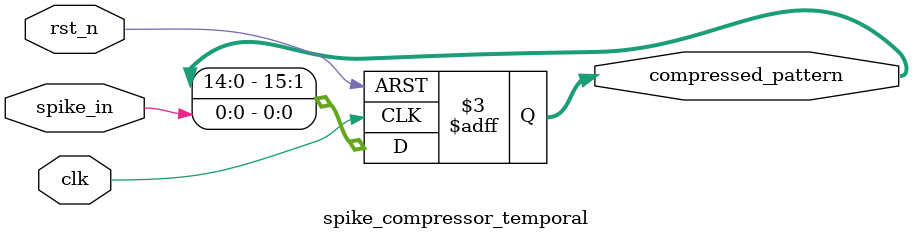
<source format=v>
`timescale 1ns/1ps
`default_nettype none

module spike_compressor_temporal #(
    parameter integer T_WINDOW = 16
)(
    input  wire                   clk,
    input  wire                   rst_n,
    input  wire                   spike_in,
    output reg  [T_WINDOW-1:0]    compressed_pattern
);

    always @(posedge clk or negedge rst_n) begin
        if (!rst_n) begin
            compressed_pattern <= {T_WINDOW{1'b0}};
        end
        else begin
            // Shift left and insert current spike
            compressed_pattern <= {
                compressed_pattern[T_WINDOW-2:0],
                spike_in
            };
        end
    end

endmodule

`default_nettype wire


</source>
